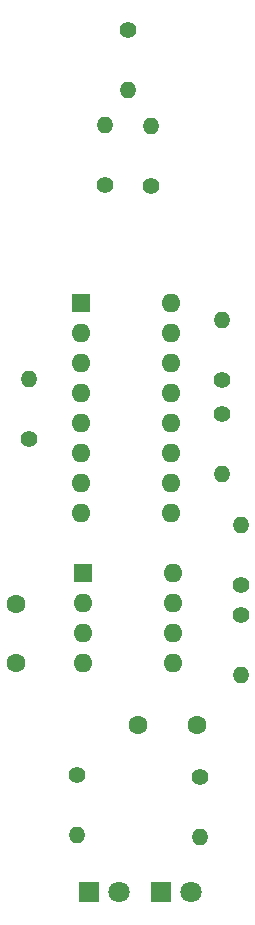
<source format=gbr>
%TF.GenerationSoftware,KiCad,Pcbnew,8.0.5*%
%TF.CreationDate,2024-11-21T02:05:10-08:00*%
%TF.ProjectId,Base,42617365-2e6b-4696-9361-645f70636258,rev?*%
%TF.SameCoordinates,Original*%
%TF.FileFunction,Soldermask,Bot*%
%TF.FilePolarity,Negative*%
%FSLAX46Y46*%
G04 Gerber Fmt 4.6, Leading zero omitted, Abs format (unit mm)*
G04 Created by KiCad (PCBNEW 8.0.5) date 2024-11-21 02:05:10*
%MOMM*%
%LPD*%
G01*
G04 APERTURE LIST*
%ADD10R,1.600000X1.600000*%
%ADD11O,1.600000X1.600000*%
%ADD12C,1.400000*%
%ADD13O,1.400000X1.400000*%
%ADD14R,1.800000X1.800000*%
%ADD15C,1.800000*%
%ADD16C,1.600000*%
G04 APERTURE END LIST*
D10*
%TO.C,U2*%
X137280000Y-89600000D03*
D11*
X137280000Y-92140000D03*
X137280000Y-94680000D03*
X137280000Y-97220000D03*
X137280000Y-99760000D03*
X137280000Y-102300000D03*
X137280000Y-104840000D03*
X137280000Y-107380000D03*
X144900000Y-107380000D03*
X144900000Y-104840000D03*
X144900000Y-102300000D03*
X144900000Y-99760000D03*
X144900000Y-97220000D03*
X144900000Y-94680000D03*
X144900000Y-92140000D03*
X144900000Y-89600000D03*
%TD*%
D10*
%TO.C,U1*%
X137400000Y-112500000D03*
D11*
X137400000Y-115040000D03*
X137400000Y-117580000D03*
X137400000Y-120120000D03*
X145020000Y-120120000D03*
X145020000Y-117580000D03*
X145020000Y-115040000D03*
X145020000Y-112500000D03*
%TD*%
D12*
%TO.C,R11*%
X143200000Y-79680000D03*
D13*
X143200000Y-74600000D03*
%TD*%
D12*
%TO.C,R10*%
X141200000Y-66500000D03*
D13*
X141200000Y-71580000D03*
%TD*%
D12*
%TO.C,R8*%
X139300000Y-79580000D03*
D13*
X139300000Y-74500000D03*
%TD*%
D12*
%TO.C,R7*%
X149200000Y-96080000D03*
D13*
X149200000Y-91000000D03*
%TD*%
D12*
%TO.C,R6*%
X149200000Y-99000000D03*
D13*
X149200000Y-104080000D03*
%TD*%
D12*
%TO.C,R5*%
X147300000Y-129700000D03*
D13*
X147300000Y-134780000D03*
%TD*%
D12*
%TO.C,R4*%
X136900000Y-129560000D03*
D13*
X136900000Y-134640000D03*
%TD*%
D12*
%TO.C,R3*%
X150800000Y-113440000D03*
D13*
X150800000Y-108360000D03*
%TD*%
D12*
%TO.C,R2*%
X150800000Y-116060000D03*
D13*
X150800000Y-121140000D03*
%TD*%
D12*
%TO.C,R1*%
X132800000Y-101140000D03*
D13*
X132800000Y-96060000D03*
%TD*%
D14*
%TO.C,D2*%
X137925000Y-139500000D03*
D15*
X140465000Y-139500000D03*
%TD*%
D14*
%TO.C,D1*%
X144025000Y-139500000D03*
D15*
X146565000Y-139500000D03*
%TD*%
D16*
%TO.C,C2*%
X131700000Y-115100000D03*
X131700000Y-120100000D03*
%TD*%
%TO.C,C1*%
X147100000Y-125300000D03*
X142100000Y-125300000D03*
%TD*%
M02*

</source>
